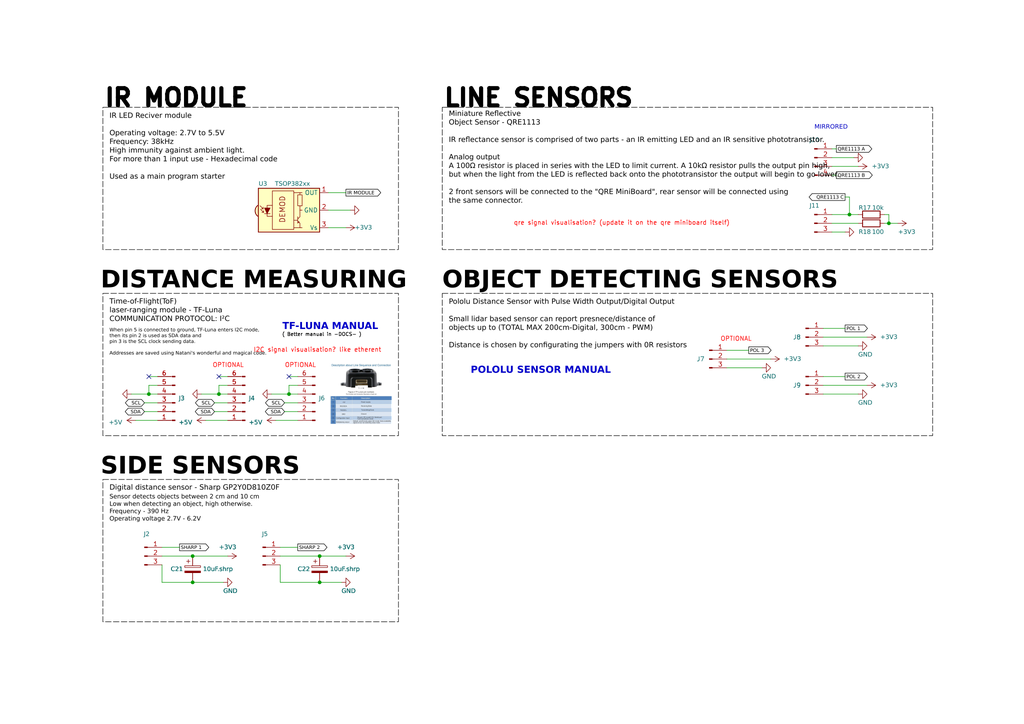
<source format=kicad_sch>
(kicad_sch (version 20231120) (generator "eeschema") (generator_version "8.0")
  (paper "A4")
  (title_block (title "SUMEC_MK_IV") (date "2024-07-15") (rev "v3.0.0") (company "SPS NA PROSEKU") (comment 1 "Made in Prague, Czech Republic") (comment 2 "CONTACT: Savva Popov, menmenson09@gmail.com, +420 605 570 366") (comment 3 "Made by Bismarx aka MenMenson") (comment 4 "SUMEC MK IV aka SMD-V3 board"))
  (lib_symbols
    (symbol "+3V3_1" (power) (pin_names (offset 0))
      (property "Value" "+3V3_1" (at 0 3.556 0))
      (symbol "+3V3_1_0_1"
        (polyline (pts (xy -0.762 1.27) (xy 0 2.54)))
        (polyline (pts (xy 0 0) (xy 0 2.54)))
        (polyline (pts (xy 0 2.54) (xy 0.762 1.27)))
      )
      (symbol "+3V3_1_1_1"
        (pin power_in line (at 0 0 90) (length 0) hide (name "+3V3") (number "1"))
      )
    )
    (symbol "Connector:Conn_01x03_Pin" (pin_names (offset 1.016) hide)
      (property "Reference" "J" (at 0 5.08 0))
      (property "Value" "Conn_01x03_Pin" (at 0 -5.08 0))
      (symbol "Conn_01x03_Pin_1_1"
        (polyline (pts (xy 1.27 -2.54) (xy 0.8636 -2.54)) (stroke (width 0.1524)))
        (polyline (pts (xy 1.27 0) (xy 0.8636 0)) (stroke (width 0.1524)))
        (polyline (pts (xy 1.27 2.54) (xy 0.8636 2.54)) (stroke (width 0.1524)))
        (rectangle (start 0.8636 -2.413) (end 0 -2.667) (stroke (width 0.1524)) (fill (type outline)))
        (rectangle (start 0.8636 0.127) (end 0 -0.127) (stroke (width 0.1524)) (fill (type outline)))
        (rectangle (start 0.8636 2.667) (end 0 2.413) (stroke (width 0.1524)) (fill (type outline)))
        (pin passive line (at 5.08 2.54 180) (length 3.81) (name "Pin_1") (number "1"))
        (pin passive line (at 5.08 0 180) (length 3.81) (name "Pin_2") (number "2"))
        (pin passive line (at 5.08 -2.54 180) (length 3.81) (name "Pin_3") (number "3"))
      )
    )
    (symbol "Connector:Conn_01x04_Pin" (pin_names (offset 1.016) hide)
      (property "Reference" "J" (at 0 5.08 0))
      (property "Value" "Conn_01x04_Pin" (at 0 -7.62 0))
      (symbol "Conn_01x04_Pin_1_1"
        (polyline (pts (xy 1.27 -5.08) (xy 0.8636 -5.08)) (stroke (width 0.1524)))
        (polyline (pts (xy 1.27 -2.54) (xy 0.8636 -2.54)) (stroke (width 0.1524)))
        (polyline (pts (xy 1.27 0) (xy 0.8636 0)) (stroke (width 0.1524)))
        (polyline (pts (xy 1.27 2.54) (xy 0.8636 2.54)) (stroke (width 0.1524)))
        (rectangle (start 0.8636 -4.953) (end 0 -5.207) (stroke (width 0.1524)) (fill (type outline)))
        (rectangle (start 0.8636 -2.413) (end 0 -2.667) (stroke (width 0.1524)) (fill (type outline)))
        (rectangle (start 0.8636 0.127) (end 0 -0.127) (stroke (width 0.1524)) (fill (type outline)))
        (rectangle (start 0.8636 2.667) (end 0 2.413) (stroke (width 0.1524)) (fill (type outline)))
        (pin passive line (at 5.08 2.54 180) (length 3.81) (name "Pin_1") (number "1"))
        (pin passive line (at 5.08 0 180) (length 3.81) (name "Pin_2") (number "2"))
        (pin passive line (at 5.08 -2.54 180) (length 3.81) (name "Pin_3") (number "3"))
        (pin passive line (at 5.08 -5.08 180) (length 3.81) (name "Pin_4") (number "4"))
      )
    )
    (symbol "Connector:Conn_01x06_Pin" (pin_names (offset 1.016) hide)
      (property "Reference" "J" (at 0 7.62 0))
      (property "Value" "Conn_01x06_Pin" (at 0 -10.16 0))
      (symbol "Conn_01x06_Pin_1_1"
        (polyline (pts (xy 1.27 -7.62) (xy 0.8636 -7.62)) (stroke (width 0.1524)))
        (polyline (pts (xy 1.27 -5.08) (xy 0.8636 -5.08)) (stroke (width 0.1524)))
        (polyline (pts (xy 1.27 -2.54) (xy 0.8636 -2.54)) (stroke (width 0.1524)))
        (polyline (pts (xy 1.27 0) (xy 0.8636 0)) (stroke (width 0.1524)))
        (polyline (pts (xy 1.27 2.54) (xy 0.8636 2.54)) (stroke (width 0.1524)))
        (polyline (pts (xy 1.27 5.08) (xy 0.8636 5.08)) (stroke (width 0.1524)))
        (rectangle (start 0.8636 -7.493) (end 0 -7.747) (stroke (width 0.1524)) (fill (type outline)))
        (rectangle (start 0.8636 -4.953) (end 0 -5.207) (stroke (width 0.1524)) (fill (type outline)))
        (rectangle (start 0.8636 -2.413) (end 0 -2.667) (stroke (width 0.1524)) (fill (type outline)))
        (rectangle (start 0.8636 0.127) (end 0 -0.127) (stroke (width 0.1524)) (fill (type outline)))
        (rectangle (start 0.8636 2.667) (end 0 2.413) (stroke (width 0.1524)) (fill (type outline)))
        (rectangle (start 0.8636 5.207) (end 0 4.953) (stroke (width 0.1524)) (fill (type outline)))
        (pin passive line (at 5.08 5.08 180) (length 3.81) (name "Pin_1") (number "1"))
        (pin passive line (at 5.08 2.54 180) (length 3.81) (name "Pin_2") (number "2"))
        (pin passive line (at 5.08 0 180) (length 3.81) (name "Pin_3") (number "3"))
        (pin passive line (at 5.08 -2.54 180) (length 3.81) (name "Pin_4") (number "4"))
        (pin passive line (at 5.08 -5.08 180) (length 3.81) (name "Pin_5") (number "5"))
        (pin passive line (at 5.08 -7.62 180) (length 3.81) (name "Pin_6") (number "6"))
      )
    )
    (symbol "Device:C_Polarized" (pin_numbers hide) (pin_names (offset 0.254))
      (property "Reference" "C" (at 0.635 2.54 0))
      (property "Value" "C_Polarized" (at 0.635 -2.54 0))
      (symbol "C_Polarized_0_1"
        (rectangle (start -2.286 0.508) (end 2.286 1.016))
        (polyline (pts (xy -1.778 2.286) (xy -0.762 2.286)))
        (polyline (pts (xy -1.27 2.794) (xy -1.27 1.778)))
        (rectangle (start 2.286 -0.508) (end -2.286 -1.016) (fill (type outline)))
      )
      (symbol "C_Polarized_1_1"
        (pin passive line (at 0 3.81 270) (length 2.794) (name "~") (number "1"))
        (pin passive line (at 0 -3.81 90) (length 2.794) (name "~") (number "2"))
      )
    )
    (symbol "Device:R" (pin_numbers hide) (pin_names (offset 0))
      (property "Reference" "R" (at 2.032 0 90))
      (property "Value" "R" (at 0 0 90))
      (symbol "R_0_1"
        (rectangle (start -1.016 -2.54) (end 1.016 2.54) (stroke (width 0.254)))
      )
      (symbol "R_1_1"
        (pin passive line (at 0 3.81 270) (length 1.27) (name "~") (number "1"))
        (pin passive line (at 0 -3.81 90) (length 1.27) (name "~") (number "2"))
      )
    )
    (symbol "GND_1" (power) (pin_names (offset 0))
      (property "Value" "GND_1" (at 0 -3.81 0))
      (symbol "GND_1_0_1"
        (polyline (pts (xy 0 0) (xy 0 -1.27) (xy 1.27 -1.27) (xy 0 -2.54) (xy -1.27 -1.27) (xy 0 -1.27)))
      )
      (symbol "GND_1_1_1"
        (pin power_in line (at 0 0 270) (length 0) hide (name "GND") (number "1"))
      )
    )
    (symbol "GND_2" (power) (pin_names (offset 0))
      (property "Value" "GND_2" (at 0 -3.81 0))
      (symbol "GND_2_0_1"
        (polyline (pts (xy 0 0) (xy 0 -1.27) (xy 1.27 -1.27) (xy 0 -2.54) (xy -1.27 -1.27) (xy 0 -1.27)))
      )
      (symbol "GND_2_1_1"
        (pin power_in line (at 0 0 270) (length 0) hide (name "GND") (number "1"))
      )
    )
    (symbol "Interface_Optical:TSOP382xx"
      (property "Reference" "U5" (at -7.62 7.62 0))
      (property "Value" "TSOP382xx" (at 5.08 7.62 0))
      (symbol "TSOP382xx_0_0"
        (arc (start -10.287 1.397) (mid -11.0899 -0.1852) (end -10.287 -1.778) (stroke (width 0.254)) (fill (type background)))
        (polyline (pts (xy 1.905 -5.08) (xy 0.127 -5.08)))
        (polyline (pts (xy 1.905 5.08) (xy 0.127 5.08)))
        (text "DEMOD" (at -3.175 0.254 900) (effects (font (size 1.524 1.524))))
      )
      (symbol "TSOP382xx_0_1"
        (rectangle (start -6.096 5.588) (end 0.127 -5.588))
        (polyline (pts (xy -8.763 0.381) (xy -9.652 1.27)))
        (polyline (pts (xy -8.763 0.381) (xy -9.271 0.381)))
        (polyline (pts (xy -8.763 0.381) (xy -8.763 0.889)))
        (polyline (pts (xy -8.636 -0.635) (xy -9.525 0.254)))
        (polyline (pts (xy -8.636 -0.635) (xy -9.144 -0.635)))
        (polyline (pts (xy -8.636 -0.635) (xy -8.636 -0.127)))
        (polyline (pts (xy -8.382 -1.016) (xy -6.731 -1.016)))
        (polyline (pts (xy 1.27 -2.921) (xy 0.127 -2.921)))
        (polyline (pts (xy 1.27 -1.905) (xy 1.27 -3.81)))
        (polyline (pts (xy 1.397 -3.556) (xy 1.524 -3.556)))
        (polyline (pts (xy 1.651 -3.556) (xy 1.524 -3.556)))
        (polyline (pts (xy 1.651 -3.556) (xy 1.651 -3.302)))
        (polyline (pts (xy 1.905 0) (xy 1.905 1.27)))
        (polyline (pts (xy 1.905 4.445) (xy 1.905 5.08) (xy 2.54 5.08)))
        (polyline (pts (xy -8.382 0.635) (xy -6.731 0.635) (xy -7.62 -1.016) (xy -8.382 0.635)) (fill (type outline)))
        (polyline (pts (xy -6.096 1.397) (xy -7.62 1.397) (xy -7.62 -1.778) (xy -6.096 -1.778)))
        (polyline (pts (xy 1.27 -3.175) (xy 1.905 -3.81) (xy 1.905 -5.08) (xy 2.54 -5.08)))
        (polyline (pts (xy 1.27 -2.54) (xy 1.905 -1.905) (xy 1.905 0) (xy 2.54 0)))
        (rectangle (start 2.54 1.27) (end 1.27 4.445))
        (rectangle (start 7.62 6.35) (end -10.16 -6.35) (stroke (width 0.254)) (fill (type background)))
      )
      (symbol "TSOP382xx_1_1"
        (pin output line (at 10.16 5.08 180) (length 2.54) (name "OUT") (number "1"))
        (pin power_in line (at 10.16 0 180) (length 2.54) (name "GND") (number "2"))
        (pin power_in line (at 10.16 -5.08 180) (length 2.54) (name "Vs") (number "3"))
      )
    )
    (symbol "power:+3V3" (power) (pin_names (offset 0))
      (property "Value" "+3V3" (at 0 3.556 0))
      (symbol "+3V3_0_1"
        (polyline (pts (xy -0.762 1.27) (xy 0 2.54)))
        (polyline (pts (xy 0 0) (xy 0 2.54)))
        (polyline (pts (xy 0 2.54) (xy 0.762 1.27)))
      )
      (symbol "+3V3_1_1"
        (pin power_in line (at 0 0 90) (length 0) hide (name "+3V3") (number "1"))
      )
    )
    (symbol "power:+5V" (power) (pin_names (offset 0))
      (property "Value" "+5V" (at 0 3.556 0))
      (symbol "+5V_0_1"
        (polyline (pts (xy -0.762 1.27) (xy 0 2.54)))
        (polyline (pts (xy 0 0) (xy 0 2.54)))
        (polyline (pts (xy 0 2.54) (xy 0.762 1.27)))
      )
      (symbol "+5V_1_1"
        (pin power_in line (at 0 0 90) (length 0) hide (name "+5V") (number "1"))
      )
    )
    (symbol "power:GND" (power) (pin_names (offset 0))
      (property "Value" "GND" (at 0 -3.81 0))
      (symbol "GND_0_1"
        (polyline (pts (xy 0 0) (xy 0 -1.27) (xy 1.27 -1.27) (xy 0 -2.54) (xy -1.27 -1.27) (xy 0 -1.27)))
      )
      (symbol "GND_1_1"
        (pin power_in line (at 0 0 270) (length 0) hide (name "GND") (number "1"))
      )
    )
  )
  (junction (at 55.88 168.91))
  (junction (at 92.71 161.29))
  (junction (at 83.82 114.3))
  (junction (at 63.5 114.3))
  (junction (at 246.38 62.23))
  (junction (at 92.71 168.91))
  (junction (at 257.81 64.77))
  (junction (at 43.18 114.3))
  (junction (at 55.88 161.29))
  (no_connect (at 83.82 109.22))
  (no_connect (at 43.18 109.22))
  (no_connect (at 63.5 109.22))
  (wire (pts (xy 82.55 119.38) (xy 86.36 119.38)))
  (wire (pts (xy 55.88 168.91) (xy 64.77 168.91)))
  (wire (pts (xy 95.25 60.96) (xy 101.6 60.96)))
  (wire (pts (xy 256.54 64.77) (xy 257.81 64.77)))
  (wire (pts (xy 238.76 100.33) (xy 248.92 100.33)))
  (wire (pts (xy 100.33 66.04) (xy 95.25 66.04)))
  (wire (pts (xy 81.28 168.91) (xy 92.71 168.91)))
  (wire (pts (xy 246.38 57.15) (xy 246.38 62.23)))
  (wire (pts (xy 256.54 62.23) (xy 257.81 62.23)))
  (wire (pts (xy 245.11 67.31) (xy 241.3 67.31)))
  (wire (pts (xy 210.82 106.68) (xy 220.98 106.68)))
  (wire (pts (xy 46.99 168.91) (xy 46.99 163.83)))
  (wire (pts (xy 86.36 111.76) (xy 83.82 111.76)))
  (wire (pts (xy 257.81 62.23) (xy 257.81 64.77)))
  (wire (pts (xy 45.72 111.76) (xy 43.18 111.76)))
  (wire (pts (xy 245.11 57.15) (xy 246.38 57.15)))
  (wire (pts (xy 62.23 116.84) (xy 66.04 116.84)))
  (wire (pts (xy 81.28 161.29) (xy 92.71 161.29)))
  (wire (pts (xy 52.07 158.75) (xy 46.99 158.75)))
  (wire (pts (xy 238.76 114.3) (xy 248.92 114.3)))
  (wire (pts (xy 242.57 43.18) (xy 241.3 43.18)))
  (wire (pts (xy 80.01 121.92) (xy 86.36 121.92)))
  (wire (pts (xy 238.76 95.25) (xy 245.11 95.25)))
  (wire (pts (xy 92.71 161.29) (xy 100.33 161.29)))
  (wire (pts (xy 46.99 168.91) (xy 55.88 168.91)))
  (wire (pts (xy 238.76 109.22) (xy 245.11 109.22)))
  (wire (pts (xy 238.76 97.79) (xy 251.46 97.79)))
  (wire (pts (xy 83.82 114.3) (xy 86.36 114.3)))
  (wire (pts (xy 59.69 121.92) (xy 66.04 121.92)))
  (wire (pts (xy 63.5 114.3) (xy 66.04 114.3)))
  (wire (pts (xy 210.82 104.14) (xy 223.52 104.14)))
  (wire (pts (xy 41.91 116.84) (xy 45.72 116.84)))
  (wire (pts (xy 43.18 114.3) (xy 45.72 114.3)))
  (wire (pts (xy 238.76 111.76) (xy 251.46 111.76)))
  (wire (pts (xy 43.18 111.76) (xy 43.18 114.3)))
  (wire (pts (xy 246.38 62.23) (xy 248.92 62.23)))
  (wire (pts (xy 62.23 119.38) (xy 66.04 119.38)))
  (wire (pts (xy 92.71 168.91) (xy 99.06 168.91)))
  (wire (pts (xy 58.42 114.3) (xy 63.5 114.3)))
  (wire (pts (xy 38.1 114.3) (xy 43.18 114.3)))
  (wire (pts (xy 241.3 64.77) (xy 248.92 64.77)))
  (wire (pts (xy 257.81 64.77) (xy 260.35 64.77)))
  (wire (pts (xy 46.99 161.29) (xy 55.88 161.29)))
  (wire (pts (xy 41.91 119.38) (xy 45.72 119.38)))
  (wire (pts (xy 66.04 111.76) (xy 63.5 111.76)))
  (wire (pts (xy 242.57 50.8) (xy 241.3 50.8)))
  (wire (pts (xy 78.74 114.3) (xy 83.82 114.3)))
  (wire (pts (xy 81.28 168.91) (xy 81.28 163.83)))
  (wire (pts (xy 82.55 116.84) (xy 86.36 116.84)))
  (wire (pts (xy 43.18 109.22) (xy 45.72 109.22)))
  (wire (pts (xy 241.3 62.23) (xy 246.38 62.23)))
  (wire (pts (xy 63.5 111.76) (xy 63.5 114.3)))
  (wire (pts (xy 55.88 161.29) (xy 66.04 161.29)))
  (wire (pts (xy 248.92 48.26) (xy 241.3 48.26)))
  (wire (pts (xy 210.82 101.6) (xy 217.17 101.6)))
  (wire (pts (xy 83.82 109.22) (xy 86.36 109.22)))
  (wire (pts (xy 83.82 111.76) (xy 83.82 114.3)))
  (wire (pts (xy 100.33 55.88) (xy 95.25 55.88)))
  (wire (pts (xy 39.37 121.92) (xy 45.72 121.92)))
  (wire (pts (xy 63.5 109.22) (xy 66.04 109.22)))
  (wire (pts (xy 86.36 158.75) (xy 81.28 158.75)))
  (wire (pts (xy 241.3 45.72) (xy 247.65 45.72)))
  (rectangle (start 128.27 31.115) (end 270.51 72.39) (stroke (width 0) (type dash) (color 0 0 0 1)))
  (rectangle (start 128.27 85.09) (end 270.51 126.365) (stroke (width 0) (type dash) (color 0 0 0 1)))
  (rectangle (start 29.845 31.115) (end 115.57 72.39) (stroke (width 0) (type dash) (color 0 0 0 1)))
  (rectangle (start 29.845 139.065) (end 115.57 180.34) (stroke (width 0) (type dash) (color 0 0 0 1)))
  (rectangle (start 29.845 85.09) (end 115.57 126.365) (stroke (width 0) (type dash) (color 0 0 0 1)))
  (image (at 104.775 114.3) (scale 0.275))
  (text "Sensor detects objects between 2 cm and 10 cm\nLow when detecting an object, high otherwise.\nFrequency - 390 Hz\nOperating voltage 2.7V - 6.2V" (at 31.75 151.765 0) (effects (font (size 1.27 1.27)) (justify left bottom)))
  (text "OPTIONAL " (at 87.63 106.045 0) (effects (font (size 1.27 1.27))))
  (text "When pin 5 is connected to ground, TF-Luna enters I2C mode, \nthen its pin 2 is used as SDA data and\npin 3 is the SCL clock sending data.\n\nAddresses are saved using Natani's wonderful and magical code." (at 31.75 103.505 0) (effects (font (size 1 1)) (justify left bottom)))
  (text "qre signal visualisation? (update it on the qre miniboard itself)" (at 180.34 64.77 0) (effects (font (size 1.27 1.27))))
  (text "OPTIONAL " (at 213.995 98.425 0) (effects (font (size 1.27 1.27))))
  (text "TF-LUNA MANUAL" (at 81.915 96.52 0) (effects (font (size 2 2) (thickness 0.254) (bold yes)) (justify left bottom)))
  (text "IR LED Reciver module\n\nOperating voltage: 2.7V to 5.5V\nFrequency: 38kHz \nHigh immunity against ambient light. \nFor more than 1 input use - Hexadecimal code\n\nUsed as a main program starter\n" (at 31.75 52.705 0) (effects (font (size 1.5 1.5) (italic yes)) (justify left bottom)))
  (text "IR MODULE" (at 29.845 28.575 0) (effects (font (size 5 5) (thickness 1.2) (bold yes)) (justify left)))
  (text "Digital distance sensor - Sharp GP2Y0D810Z0F\n\n" (at 31.75 145.415 0) (effects (font (size 1.5 1.5) (italic yes)) (justify left bottom)))
  (text "LINE SENSORS" (at 128.27 28.575 0) (effects (font (size 5 5) (thickness 1.2) (bold yes)) (justify left)))
  (text "Miniature Reflective\nObject Sensor - QRE1113\n\nIR reflectance sensor is comprised of two parts - an IR emitting LED and an IR sensitive phototransistor.\n\nAnalog output\nA 100Ω resistor is placed in series with the LED to limit current. A 10kΩ resistor pulls the output pin high, \nbut when the light from the LED is reflected back onto the phototransistor the output will begin to go lower.\n\n2 front sensors will be connected to the \"QRE MiniBoard\", rear sensor will be connected using \nthe same connector." (at 130.175 59.69 0) (effects (font (size 1.5 1.5) (italic yes)) (justify left bottom)))
  (text "OBJECT DETECTING SENSORS" (at 128.27 85.725 0) (effects (font (size 5 5) (bold yes)) (justify left bottom)))
  (text "Pololu Distance Sensor with Pulse Width Output/Digital Output\n\nSmall lidar based sensor can report presnece/distance of \nobjects up to (TOTAL MAX 200cm-Digital, 300cm - PWM)\n\nDistance is chosen by configurating the jumpers with 0R resistors" (at 130.175 101.6 0) (effects (font (size 1.5 1.5) (italic yes)) (justify left bottom)))
  (text "DISTANCE MEASURING" (at 29.21 85.725 0) (effects (font (size 5 5) (bold yes)) (justify left bottom)))
  (text "Time-of-Flight(ToF)\nlaser-ranging module - TF-Luna\nCOMMUNICATION PROTOCOL: I²C \n" (at 31.75 93.98 0) (effects (font (size 1.5 1.5) (italic yes)) (justify left bottom)))
  (text "OPTIONAL " (at 66.675 106.045 0) (effects (font (size 1.27 1.27))))
  (text "( Better manual in -DOCS- )" (at 93.345 97.155 0) (effects (font (size 1 1))))
  (text "SIDE SENSORS" (at 29.21 139.7 0) (effects (font (size 5 5) (bold yes)) (justify left bottom)))
  (text "I2C signal visualisation? like etherent" (at 92.075 101.6 0) (effects (font (size 1.27 1.27))))
  (text "POLOLU SENSOR MANUAL" (at 136.525 109.22 0) (effects (font (size 2 2) (thickness 0.254) (bold yes)) (justify left bottom)))
  (text "MIRRORED" (at 236.22 38.1 0) (effects (font (size 1.27 1.27)) (justify left bottom)))
  (global_label "POL 1" (shape output) (at 245.11 95.25 0) (effects (font (size 1 1))) (property "Intersheetrefs" "${INTERSHEET_REFS}" (effects (hide yes))))
  (global_label "SDA" (shape bidirectional) (at 62.23 119.38 180) (effects (font (size 1 1))) (property "Intersheetrefs" "${INTERSHEET_REFS}" (effects (hide yes))))
  (global_label "POL 3" (shape output) (at 217.17 101.6 0) (effects (font (size 1 1))) (property "Intersheetrefs" "${INTERSHEET_REFS}" (effects (hide yes))))
  (global_label "SHARP 2" (shape output) (at 86.36 158.75 0) (effects (font (size 1 1))) (property "Intersheetrefs" "${INTERSHEET_REFS}" (effects (hide yes))))
  (global_label "IR MODULE" (shape output) (at 100.33 55.88 0) (effects (font (size 1 1))) (property "Intersheetrefs" "${INTERSHEET_REFS}" (effects (hide yes))))
  (global_label "SDA" (shape bidirectional) (at 41.91 119.38 180) (effects (font (size 1 1))) (property "Intersheetrefs" "${INTERSHEET_REFS}" (effects (hide yes))))
  (global_label "POL 2" (shape output) (at 245.11 109.22 0) (effects (font (size 1 1))) (property "Intersheetrefs" "${INTERSHEET_REFS}" (effects (hide yes))))
  (global_label "SCL" (shape bidirectional) (at 41.91 116.84 180) (effects (font (size 1 1))) (property "Intersheetrefs" "${INTERSHEET_REFS}" (effects (hide yes))))
  (global_label "SCL" (shape bidirectional) (at 82.55 116.84 180) (effects (font (size 1 1))) (property "Intersheetrefs" "${INTERSHEET_REFS}" (effects (hide yes))))
  (global_label "SDA" (shape bidirectional) (at 82.55 119.38 180) (effects (font (size 1 1))) (property "Intersheetrefs" "${INTERSHEET_REFS}" (effects (hide yes))))
  (global_label "QRE1113 C" (shape output) (at 245.11 57.15 180) (effects (font (size 1 1))) (property "Intersheetrefs" "${INTERSHEET_REFS}" (effects (hide yes))))
  (global_label "SHARP 1" (shape output) (at 52.07 158.75 0) (effects (font (size 1 1))) (property "Intersheetrefs" "${INTERSHEET_REFS}" (effects (hide yes))))
  (global_label "SCL" (shape bidirectional) (at 62.23 116.84 180) (effects (font (size 1 1))) (property "Intersheetrefs" "${INTERSHEET_REFS}" (effects (hide yes))))
  (global_label "QRE1113 B" (shape output) (at 242.57 50.8 0) (effects (font (size 1 1))) (property "Intersheetrefs" "${INTERSHEET_REFS}" (effects (hide yes))))
  (global_label "QRE1113 A" (shape output) (at 242.57 43.18 0) (effects (font (size 1 1))) (property "Intersheetrefs" "${INTERSHEET_REFS}" (effects (hide yes))))
  (symbol (lib_id "power:+3V3") (at 260.35 64.77 270) (unit 1)
    (property "Reference" "#PWR064" (effects (hide yes)))
    (property "Value" "+3V3" (at 260.35 67.31 90) (effects (justify left)))
  )
  (symbol (lib_name "GND_2") (lib_id "power:GND") (at 220.98 106.68 90) (unit 1)
    (property "Reference" "#PWR055" (effects (hide yes)))
    (property "Value" "GND" (at 220.98 109.22 90) (effects (justify right)))
  )
  (symbol (lib_id "power:+5V") (at 59.69 121.92 90) (unit 1)
    (property "Reference" "#PWR046" (effects (hide yes)))
    (property "Value" "+5V" (at 55.88 122.555 90) (effects (justify left)))
  )
  (symbol (lib_id "Connector:Conn_01x06_Pin") (at 71.12 116.84 180) (unit 1)
    (property "Reference" "J4" (at 73.025 115.57 0))
    (property "Value" "Conn_01x06_Pin" (effects (hide yes)))
    (property "Footprint" "Connector_Molex:Molex_PicoBlade_53398-0671_1x06-1MP_P1.25mm_Vertical" (effects (hide yes)))
  )
  (symbol (lib_id "Connector:Conn_01x04_Pin") (at 236.22 45.72 0) (unit 1)
    (property "Reference" "J10" (at 236.22 40.64 0))
    (property "Value" "Conn_01x04_Pin" (effects (hide yes)))
    (property "Footprint" "Connector_Molex:Molex_PicoBlade_53398-0471_1x04-1MP_P1.25mm_Vertical" (effects (hide yes)))
  )
  (symbol (lib_id "power:GND") (at 58.42 114.3 270) (unit 1)
    (property "Reference" "#PWR045" (effects (hide yes)))
    (property "Value" "GND" (effects (hide yes)))
  )
  (symbol (lib_id "Device:C_Polarized") (at 92.71 165.1 0) (unit 1)
    (property "Reference" "C22" (at 86.36 165.1 0) (effects (justify left)))
    (property "Value" "10uF.shrp" (at 95.25 165.1 0) (effects (justify left)))
    (property "Footprint" "Capacitor_Tantalum_SMD:CP_EIA-3216-18_Kemet-A_Pad1.58x1.35mm_HandSolder" (effects (hide yes)))
  )
  (symbol (lib_id "Connector:Conn_01x03_Pin") (at 41.91 161.29 0) (unit 1)
    (property "Reference" "J2" (at 42.545 154.94 0))
    (property "Value" "Conn_01x03_Pin" (effects (hide yes)))
    (property "Footprint" "Connector_Molex:Molex_PicoBlade_53398-0371_1x03-1MP_P1.25mm_Vertical" (effects (hide yes)))
  )
  (symbol (lib_name "GND_2") (lib_id "power:GND") (at 99.06 168.91 90) (unit 1)
    (property "Reference" "#PWR051" (effects (hide yes)))
    (property "Value" "GND" (at 99.06 171.45 90) (effects (justify right)))
  )
  (symbol (lib_id "Connector:Conn_01x06_Pin") (at 50.8 116.84 180) (unit 1)
    (property "Reference" "J3" (at 52.705 115.57 0))
    (property "Value" "Conn_01x06_Pin" (effects (hide yes)))
    (property "Footprint" "Connector_Molex:Molex_PicoBlade_53398-0671_1x06-1MP_P1.25mm_Vertical" (effects (hide yes)))
  )
  (symbol (lib_id "Connector:Conn_01x03_Pin") (at 236.22 64.77 0) (unit 1)
    (property "Reference" "J11" (at 236.22 59.69 0))
    (property "Value" "Conn_01x03_Pin" (effects (hide yes)))
    (property "Footprint" "Connector_Molex:Molex_PicoBlade_53398-0371_1x03-1MP_P1.25mm_Vertical" (effects (hide yes)))
  )
  (symbol (lib_name "GND_2") (lib_id "power:GND") (at 64.77 168.91 90) (unit 1)
    (property "Reference" "#PWR047" (effects (hide yes)))
    (property "Value" "GND" (at 64.77 171.45 90) (effects (justify right)))
  )
  (symbol (lib_id "power:GND") (at 38.1 114.3 270) (unit 1)
    (property "Reference" "#PWR043" (effects (hide yes)))
    (property "Value" "GND" (effects (hide yes)))
  )
  (symbol (lib_id "Connector:Conn_01x03_Pin") (at 233.68 111.76 0) (unit 1)
    (property "Reference" "J9" (at 231.14 111.76 0))
    (property "Value" "Conn_01x03_Pin" (effects (hide yes)))
    (property "Footprint" "Connector_Molex:Molex_PicoBlade_53398-0371_1x03-1MP_P1.25mm_Vertical" (effects (hide yes)))
    (property "Description" "Generic connector, single row, 01x03, script generated" (effects (hide yes)))
  )
  (symbol (lib_name "+3V3_1") (lib_id "power:+3V3") (at 100.33 66.04 270) (unit 1)
    (property "Reference" "#PWR052" (effects (hide yes)))
    (property "Value" "+3V3" (at 105.41 66.04 90))
  )
  (symbol (lib_id "Connector:Conn_01x06_Pin") (at 91.44 116.84 180) (unit 1)
    (property "Reference" "J6" (at 93.345 115.57 0))
    (property "Value" "Conn_01x06_Pin" (effects (hide yes)))
    (property "Footprint" "Connector_Molex:Molex_PicoBlade_53398-0671_1x06-1MP_P1.25mm_Vertical" (effects (hide yes)))
  )
  (symbol (lib_id "Interface_Optical:TSOP382xx") (at 85.09 60.96 0) (unit 1)
    (property "Reference" "U3" (at 77.47 53.34 0) (effects (justify right)))
    (property "Value" "TSOP382xx" (at 90.17 53.34 0) (effects (justify right)))
    (property "Footprint" "sumec_brd:TSOP" (effects (hide yes)))
    (property "Datasheet" "http://www.vishay.com/docs/82491/tsop382.pdf" (effects (hide yes)))
  )
  (symbol (lib_name "GND_1") (lib_id "power:GND") (at 245.11 67.31 90) (unit 1)
    (property "Reference" "#PWR057" (effects (hide yes)))
    (property "Value" "GND" (effects (hide yes)))
  )
  (symbol (lib_name "+3V3_1") (lib_id "power:+3V3") (at 66.04 161.29 270) (unit 1)
    (property "Reference" "#PWR048" (effects (hide yes)))
    (property "Value" "+3V3" (at 66.04 158.75 90))
  )
  (symbol (lib_id "power:GND") (at 101.6 60.96 90) (unit 1)
    (property "Reference" "#PWR054" (effects (hide yes)))
    (property "Value" "GND" (effects (hide yes)))
  )
  (symbol (lib_id "power:+3V3") (at 248.92 48.26 270) (unit 1)
    (property "Reference" "#PWR059" (effects (hide yes)))
    (property "Value" "+3V3" (at 252.73 48.26 90) (effects (justify left)))
  )
  (symbol (lib_name "+3V3_1") (lib_id "power:+3V3") (at 223.52 104.14 270) (unit 1)
    (property "Reference" "#PWR056" (effects (hide yes)))
    (property "Value" "+3V3" (at 229.87 104.14 90))
  )
  (symbol (lib_name "GND_1") (lib_id "power:GND") (at 247.65 45.72 90) (unit 1)
    (property "Reference" "#PWR058" (effects (hide yes)))
    (property "Value" "GND" (effects (hide yes)))
  )
  (symbol (lib_name "+3V3_1") (lib_id "power:+3V3") (at 251.46 97.79 270) (unit 1)
    (property "Reference" "#PWR062" (effects (hide yes)))
    (property "Value" "+3V3" (at 257.81 97.79 90))
  )
  (symbol (lib_name "GND_2") (lib_id "power:GND") (at 248.92 100.33 90) (unit 1)
    (property "Reference" "#PWR060" (effects (hide yes)))
    (property "Value" "GND" (at 248.92 102.87 90) (effects (justify right)))
  )
  (symbol (lib_id "Connector:Conn_01x03_Pin") (at 233.68 97.79 0) (unit 1)
    (property "Reference" "J8" (at 231.14 97.79 0))
    (property "Value" "Conn_01x03_Pin" (effects (hide yes)))
    (property "Footprint" "Connector_Molex:Molex_PicoBlade_53398-0371_1x03-1MP_P1.25mm_Vertical" (effects (hide yes)))
    (property "Description" "Generic connector, single row, 01x03, script generated" (effects (hide yes)))
  )
  (symbol (lib_id "power:+5V") (at 39.37 121.92 90) (unit 1)
    (property "Reference" "#PWR044" (effects (hide yes)))
    (property "Value" "+5V" (at 35.56 122.555 90) (effects (justify left)))
  )
  (symbol (lib_id "power:GND") (at 78.74 114.3 270) (unit 1)
    (property "Reference" "#PWR049" (effects (hide yes)))
    (property "Value" "GND" (effects (hide yes)))
  )
  (symbol (lib_name "GND_2") (lib_id "power:GND") (at 248.92 114.3 90) (unit 1)
    (property "Reference" "#PWR061" (effects (hide yes)))
    (property "Value" "GND" (at 248.92 116.84 90) (effects (justify right)))
  )
  (symbol (lib_name "+3V3_1") (lib_id "power:+3V3") (at 251.46 111.76 270) (unit 1)
    (property "Reference" "#PWR063" (effects (hide yes)))
    (property "Value" "+3V3" (at 257.81 111.76 90))
  )
  (symbol (lib_id "power:+5V") (at 80.01 121.92 90) (unit 1)
    (property "Reference" "#PWR050" (effects (hide yes)))
    (property "Value" "+5V" (at 76.2 122.555 90) (effects (justify left)))
  )
  (symbol (lib_id "Connector:Conn_01x03_Pin") (at 205.74 104.14 0) (unit 1)
    (property "Reference" "J7" (at 203.2 104.14 0))
    (property "Value" "Conn_01x03_Pin" (effects (hide yes)))
    (property "Footprint" "Connector_Molex:Molex_PicoBlade_53398-0371_1x03-1MP_P1.25mm_Vertical" (effects (hide yes)))
    (property "Description" "Generic connector, single row, 01x03, script generated" (effects (hide yes)))
  )
  (symbol (lib_id "Device:R") (at 252.73 64.77 270) (unit 1)
    (property "Reference" "R18" (at 250.825 67.31 90))
    (property "Value" "100" (at 254.635 67.31 90))
    (property "Footprint" "Resistor_SMD:R_0805_2012Metric_Pad1.20x1.40mm_HandSolder" (effects (hide yes)))
  )
  (symbol (lib_name "+3V3_1") (lib_id "power:+3V3") (at 100.33 161.29 270) (unit 1)
    (property "Reference" "#PWR053" (effects (hide yes)))
    (property "Value" "+3V3" (at 100.33 158.75 90))
  )
  (symbol (lib_id "Connector:Conn_01x03_Pin") (at 76.2 161.29 0) (unit 1)
    (property "Reference" "J5" (at 76.835 154.94 0))
    (property "Value" "Conn_01x03_Pin" (effects (hide yes)))
    (property "Footprint" "Connector_Molex:Molex_PicoBlade_53398-0371_1x03-1MP_P1.25mm_Vertical" (effects (hide yes)))
  )
  (symbol (lib_id "Device:C_Polarized") (at 55.88 165.1 0) (unit 1)
    (property "Reference" "C21" (at 49.53 165.1 0) (effects (justify left)))
    (property "Value" "10uF.shrp" (at 58.42 165.1 0) (effects (justify left)))
    (property "Footprint" "Capacitor_Tantalum_SMD:CP_EIA-3216-18_Kemet-A_Pad1.58x1.35mm_HandSolder" (effects (hide yes)))
  )
  (symbol (lib_id "Device:R") (at 252.73 62.23 270) (unit 1)
    (property "Reference" "R17" (at 250.825 60.325 90))
    (property "Value" "10k" (at 254.635 60.325 90))
    (property "Footprint" "Resistor_SMD:R_0805_2012Metric_Pad1.20x1.40mm_HandSolder" (effects (hide yes)))
  )
)
</source>
